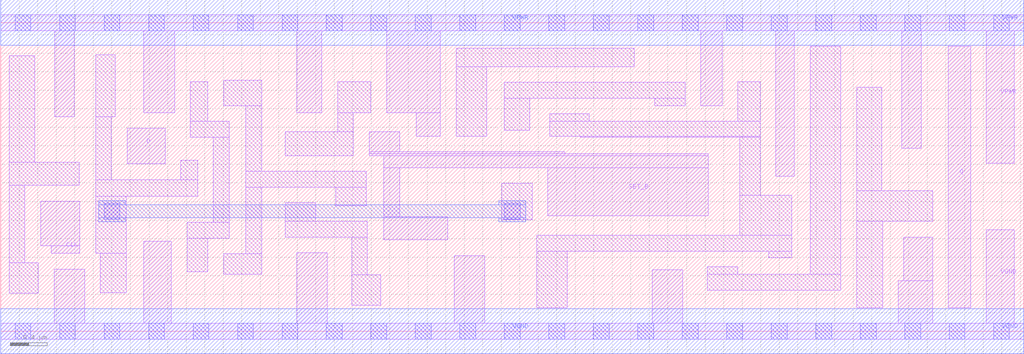
<source format=lef>
# Copyright 2020 The SkyWater PDK Authors
#
# Licensed under the Apache License, Version 2.0 (the "License");
# you may not use this file except in compliance with the License.
# You may obtain a copy of the License at
#
#     https://www.apache.org/licenses/LICENSE-2.0
#
# Unless required by applicable law or agreed to in writing, software
# distributed under the License is distributed on an "AS IS" BASIS,
# WITHOUT WARRANTIES OR CONDITIONS OF ANY KIND, either express or implied.
# See the License for the specific language governing permissions and
# limitations under the License.
#
# SPDX-License-Identifier: Apache-2.0

VERSION 5.7 ;
  NAMESCASESENSITIVE ON ;
  NOWIREEXTENSIONATPIN ON ;
  DIVIDERCHAR "/" ;
  BUSBITCHARS "[]" ;
UNITS
  DATABASE MICRONS 200 ;
END UNITS
MACRO sky130_fd_sc_lp__dfstp_2
  CLASS CORE ;
  SOURCE USER ;
  FOREIGN sky130_fd_sc_lp__dfstp_2 ;
  ORIGIN  0.000000  0.000000 ;
  SIZE  11.04000 BY  3.330000 ;
  SYMMETRY X Y R90 ;
  SITE unit ;
  PIN D
    ANTENNAGATEAREA  0.126000 ;
    DIRECTION INPUT ;
    USE SIGNAL ;
    PORT
      LAYER li1 ;
        RECT 1.365000 1.805000 1.775000 2.190000 ;
    END
  END D
  PIN Q
    ANTENNADIFFAREA  0.588000 ;
    DIRECTION OUTPUT ;
    USE SIGNAL ;
    PORT
      LAYER li1 ;
        RECT 10.225000 0.255000 10.465000 3.075000 ;
    END
  END Q
  PIN SET_B
    ANTENNAGATEAREA  0.252000 ;
    DIRECTION INPUT ;
    USE SIGNAL ;
    PORT
      LAYER li1 ;
        RECT 3.975000 1.895000 7.635000 1.915000 ;
        RECT 3.975000 1.915000 6.085000 1.935000 ;
        RECT 3.975000 1.935000 4.305000 2.155000 ;
        RECT 4.135000 0.985000 4.825000 1.235000 ;
        RECT 4.135000 1.235000 4.305000 1.765000 ;
        RECT 4.135000 1.765000 7.635000 1.895000 ;
        RECT 5.905000 1.245000 7.635000 1.765000 ;
    END
  END SET_B
  PIN CLK
    ANTENNAGATEAREA  0.159000 ;
    DIRECTION INPUT ;
    USE CLOCK ;
    PORT
      LAYER li1 ;
        RECT 0.430000 0.925000 0.855000 1.405000 ;
        RECT 0.545000 0.840000 0.855000 0.925000 ;
    END
  END CLK
  PIN VGND
    DIRECTION INOUT ;
    USE GROUND ;
    PORT
      LAYER li1 ;
        RECT  0.000000 -0.085000 11.040000 0.085000 ;
        RECT  0.575000  0.085000  0.905000 0.670000 ;
        RECT  1.545000  0.085000  1.840000 0.970000 ;
        RECT  3.195000  0.085000  3.525000 0.845000 ;
        RECT  4.895000  0.085000  5.225000 0.815000 ;
        RECT  7.030000  0.085000  7.360000 0.665000 ;
        RECT  9.685000  0.085000 10.055000 0.545000 ;
        RECT  9.745000  0.545000 10.055000 1.015000 ;
        RECT 10.635000  0.085000 10.935000 1.095000 ;
      LAYER mcon ;
        RECT  0.155000 -0.085000  0.325000 0.085000 ;
        RECT  0.635000 -0.085000  0.805000 0.085000 ;
        RECT  1.115000 -0.085000  1.285000 0.085000 ;
        RECT  1.595000 -0.085000  1.765000 0.085000 ;
        RECT  2.075000 -0.085000  2.245000 0.085000 ;
        RECT  2.555000 -0.085000  2.725000 0.085000 ;
        RECT  3.035000 -0.085000  3.205000 0.085000 ;
        RECT  3.515000 -0.085000  3.685000 0.085000 ;
        RECT  3.995000 -0.085000  4.165000 0.085000 ;
        RECT  4.475000 -0.085000  4.645000 0.085000 ;
        RECT  4.955000 -0.085000  5.125000 0.085000 ;
        RECT  5.435000 -0.085000  5.605000 0.085000 ;
        RECT  5.915000 -0.085000  6.085000 0.085000 ;
        RECT  6.395000 -0.085000  6.565000 0.085000 ;
        RECT  6.875000 -0.085000  7.045000 0.085000 ;
        RECT  7.355000 -0.085000  7.525000 0.085000 ;
        RECT  7.835000 -0.085000  8.005000 0.085000 ;
        RECT  8.315000 -0.085000  8.485000 0.085000 ;
        RECT  8.795000 -0.085000  8.965000 0.085000 ;
        RECT  9.275000 -0.085000  9.445000 0.085000 ;
        RECT  9.755000 -0.085000  9.925000 0.085000 ;
        RECT 10.235000 -0.085000 10.405000 0.085000 ;
        RECT 10.715000 -0.085000 10.885000 0.085000 ;
      LAYER met1 ;
        RECT 0.000000 -0.245000 11.040000 0.245000 ;
    END
  END VGND
  PIN VPWR
    DIRECTION INOUT ;
    USE POWER ;
    PORT
      LAYER li1 ;
        RECT  0.000000 3.245000 11.040000 3.415000 ;
        RECT  0.585000 2.315000  0.795000 3.245000 ;
        RECT  1.545000 2.360000  1.875000 3.245000 ;
        RECT  3.195000 2.360000  3.465000 3.245000 ;
        RECT  4.165000 2.360000  4.745000 3.245000 ;
        RECT  4.485000 2.105000  4.745000 2.360000 ;
        RECT  7.555000 2.435000  7.785000 3.245000 ;
        RECT  8.365000 1.670000  8.565000 3.245000 ;
        RECT  9.725000 1.975000  9.935000 3.245000 ;
        RECT 10.635000 1.815000 10.935000 3.245000 ;
      LAYER mcon ;
        RECT  0.155000 3.245000  0.325000 3.415000 ;
        RECT  0.635000 3.245000  0.805000 3.415000 ;
        RECT  1.115000 3.245000  1.285000 3.415000 ;
        RECT  1.595000 3.245000  1.765000 3.415000 ;
        RECT  2.075000 3.245000  2.245000 3.415000 ;
        RECT  2.555000 3.245000  2.725000 3.415000 ;
        RECT  3.035000 3.245000  3.205000 3.415000 ;
        RECT  3.515000 3.245000  3.685000 3.415000 ;
        RECT  3.995000 3.245000  4.165000 3.415000 ;
        RECT  4.475000 3.245000  4.645000 3.415000 ;
        RECT  4.955000 3.245000  5.125000 3.415000 ;
        RECT  5.435000 3.245000  5.605000 3.415000 ;
        RECT  5.915000 3.245000  6.085000 3.415000 ;
        RECT  6.395000 3.245000  6.565000 3.415000 ;
        RECT  6.875000 3.245000  7.045000 3.415000 ;
        RECT  7.355000 3.245000  7.525000 3.415000 ;
        RECT  7.835000 3.245000  8.005000 3.415000 ;
        RECT  8.315000 3.245000  8.485000 3.415000 ;
        RECT  8.795000 3.245000  8.965000 3.415000 ;
        RECT  9.275000 3.245000  9.445000 3.415000 ;
        RECT  9.755000 3.245000  9.925000 3.415000 ;
        RECT 10.235000 3.245000 10.405000 3.415000 ;
        RECT 10.715000 3.245000 10.885000 3.415000 ;
      LAYER met1 ;
        RECT 0.000000 3.085000 11.040000 3.575000 ;
    END
  END VPWR
  OBS
    LAYER li1 ;
      RECT 0.090000 0.410000  0.405000 0.740000 ;
      RECT 0.090000 0.740000  0.260000 1.575000 ;
      RECT 0.090000 1.575000  0.845000 1.825000 ;
      RECT 0.090000 1.825000  0.365000 2.975000 ;
      RECT 1.025000 0.840000  1.355000 1.455000 ;
      RECT 1.025000 1.455000  2.125000 1.635000 ;
      RECT 1.025000 1.635000  1.195000 2.315000 ;
      RECT 1.025000 2.315000  1.235000 2.985000 ;
      RECT 1.075000 0.415000  1.355000 0.840000 ;
      RECT 1.945000 1.635000  2.125000 1.845000 ;
      RECT 2.010000 0.640000  2.235000 1.005000 ;
      RECT 2.010000 1.005000  2.465000 1.175000 ;
      RECT 2.045000 2.095000  2.465000 2.265000 ;
      RECT 2.045000 2.265000  2.235000 2.690000 ;
      RECT 2.295000 1.175000  2.465000 2.095000 ;
      RECT 2.405000 0.615000  2.815000 0.835000 ;
      RECT 2.405000 2.435000  2.815000 2.710000 ;
      RECT 2.645000 0.835000  2.815000 1.555000 ;
      RECT 2.645000 1.555000  3.945000 1.725000 ;
      RECT 2.645000 1.725000  2.815000 2.435000 ;
      RECT 3.070000 1.015000  3.955000 1.185000 ;
      RECT 3.070000 1.185000  3.400000 1.385000 ;
      RECT 3.070000 1.895000  3.805000 2.155000 ;
      RECT 3.615000 1.355000  3.945000 1.555000 ;
      RECT 3.635000 2.155000  3.805000 2.360000 ;
      RECT 3.635000 2.360000  3.995000 2.690000 ;
      RECT 3.785000 0.280000  4.100000 0.610000 ;
      RECT 3.785000 0.610000  3.955000 1.015000 ;
      RECT 4.915000 2.105000  5.245000 2.855000 ;
      RECT 4.915000 2.855000  6.835000 3.055000 ;
      RECT 5.405000 1.205000  5.735000 1.595000 ;
      RECT 5.435000 2.170000  5.710000 2.515000 ;
      RECT 5.435000 2.515000  7.385000 2.685000 ;
      RECT 5.785000 0.255000  6.115000 0.865000 ;
      RECT 5.785000 0.865000  8.535000 1.035000 ;
      RECT 5.925000 2.105000  8.195000 2.265000 ;
      RECT 5.925000 2.265000  6.350000 2.345000 ;
      RECT 6.255000 2.095000  8.195000 2.105000 ;
      RECT 7.055000 2.435000  7.385000 2.515000 ;
      RECT 7.625000 0.445000  9.065000 0.615000 ;
      RECT 7.625000 0.615000  7.955000 0.695000 ;
      RECT 7.955000 2.265000  8.195000 2.690000 ;
      RECT 7.975000 1.035000  8.535000 1.465000 ;
      RECT 7.975000 1.465000  8.195000 2.095000 ;
      RECT 8.285000 0.795000  8.535000 0.865000 ;
      RECT 8.735000 0.615000  9.065000 3.075000 ;
      RECT 9.235000 0.255000  9.515000 1.185000 ;
      RECT 9.235000 1.185000 10.055000 1.515000 ;
      RECT 9.235000 1.515000  9.505000 2.635000 ;
    LAYER mcon ;
      RECT 1.115000 1.210000 1.285000 1.380000 ;
      RECT 5.435000 1.210000 5.605000 1.380000 ;
    LAYER met1 ;
      RECT 1.055000 1.180000 1.345000 1.225000 ;
      RECT 1.055000 1.225000 5.665000 1.365000 ;
      RECT 1.055000 1.365000 1.345000 1.410000 ;
      RECT 5.375000 1.180000 5.665000 1.225000 ;
      RECT 5.375000 1.365000 5.665000 1.410000 ;
  END
END sky130_fd_sc_lp__dfstp_2

</source>
